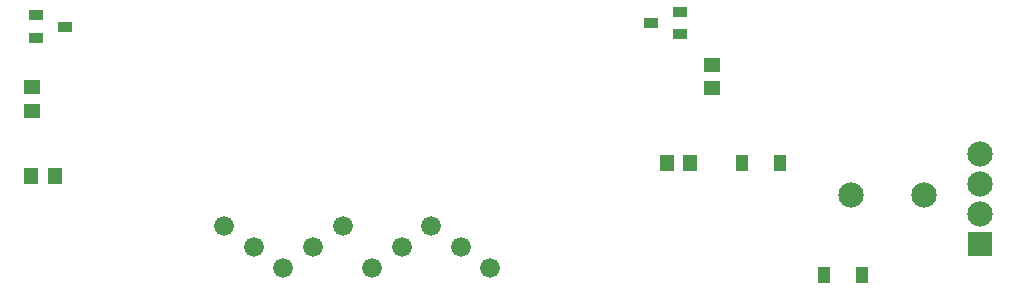
<source format=gts>
G04 Layer_Color=8388736*
%FSLAX43Y43*%
%MOMM*%
G71*
G01*
G75*
%ADD23R,1.400X1.150*%
%ADD24R,1.150X0.850*%
%ADD25R,1.060X1.370*%
%ADD26R,1.150X1.400*%
%ADD27C,2.150*%
%ADD28C,1.674*%
%ADD29R,2.150X2.150*%
D23*
X85008Y17919D02*
D03*
Y19919D02*
D03*
X27500Y16000D02*
D03*
Y18000D02*
D03*
D24*
X82285Y22515D02*
D03*
Y24415D02*
D03*
X79885Y23465D02*
D03*
X27815Y24090D02*
D03*
Y22190D02*
D03*
X30215Y23140D02*
D03*
D25*
X87533Y11619D02*
D03*
X90808D02*
D03*
X94483Y2119D02*
D03*
X97758D02*
D03*
D26*
X29408Y10519D02*
D03*
X27408D02*
D03*
X83208Y11619D02*
D03*
X81208D02*
D03*
D27*
X96758Y8869D02*
D03*
X103008D02*
D03*
X107758Y9829D02*
D03*
Y7289D02*
D03*
Y12369D02*
D03*
D28*
X66250Y2750D02*
D03*
X63750Y4500D02*
D03*
X43750Y6250D02*
D03*
X46250Y4500D02*
D03*
X48750Y2750D02*
D03*
X51250Y4500D02*
D03*
X53750Y6250D02*
D03*
X56250Y2750D02*
D03*
X58750Y4500D02*
D03*
X61250Y6250D02*
D03*
D29*
X107758Y4749D02*
D03*
M02*

</source>
